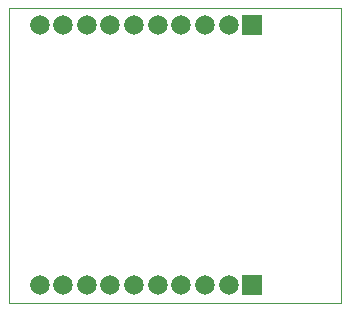
<source format=gbs>
G04 (created by PCBNEW (22-Jun-2014 BZR 4027)-stable) date Fri 19 Dec 2014 12:55:31 PM EET*
%MOIN*%
G04 Gerber Fmt 3.4, Leading zero omitted, Abs format*
%FSLAX34Y34*%
G01*
G70*
G90*
G04 APERTURE LIST*
%ADD10C,0.00590551*%
%ADD11C,0.0039*%
%ADD12C,0.0653*%
%ADD13R,0.0653X0.0653*%
G04 APERTURE END LIST*
G54D10*
G54D11*
X19409Y-13661D02*
X30472Y-13661D01*
X19409Y-23504D02*
X19646Y-23504D01*
X19409Y-13661D02*
X19409Y-23504D01*
X30472Y-23504D02*
X19646Y-23504D01*
X30472Y-23465D02*
X30472Y-23504D01*
X30472Y-23386D02*
X30472Y-23465D01*
X30472Y-13661D02*
X30472Y-23386D01*
G54D12*
X20433Y-14252D03*
X23582Y-14252D03*
X22795Y-14252D03*
X22007Y-14252D03*
X21220Y-14252D03*
X24370Y-14252D03*
X25157Y-14252D03*
X25945Y-14252D03*
G54D13*
X27519Y-14252D03*
G54D12*
X26732Y-14252D03*
X20433Y-22913D03*
X23582Y-22913D03*
X22795Y-22913D03*
X22007Y-22913D03*
X21220Y-22913D03*
X24370Y-22913D03*
X25157Y-22913D03*
X25945Y-22913D03*
G54D13*
X27519Y-22913D03*
G54D12*
X26732Y-22913D03*
M02*

</source>
